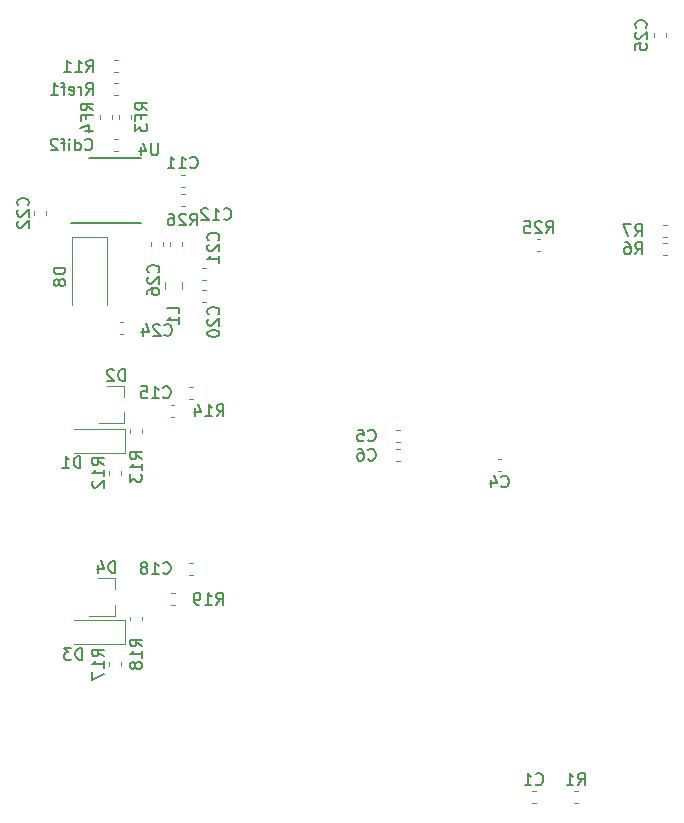
<source format=gbr>
G04 #@! TF.GenerationSoftware,KiCad,Pcbnew,(5.1.4)-1*
G04 #@! TF.CreationDate,2020-06-16T14:32:10+02:00*
G04 #@! TF.ProjectId,NodeMCU_WeatherStation,4e6f6465-4d43-4555-9f57-656174686572,rev?*
G04 #@! TF.SameCoordinates,Original*
G04 #@! TF.FileFunction,Legend,Bot*
G04 #@! TF.FilePolarity,Positive*
%FSLAX46Y46*%
G04 Gerber Fmt 4.6, Leading zero omitted, Abs format (unit mm)*
G04 Created by KiCad (PCBNEW (5.1.4)-1) date 2020-06-16 14:32:10*
%MOMM*%
%LPD*%
G04 APERTURE LIST*
%ADD10C,0.150000*%
%ADD11C,0.120000*%
G04 APERTURE END LIST*
D10*
X73017000Y-78177200D02*
X78992000Y-78177200D01*
X74592000Y-72652200D02*
X78992000Y-72652200D01*
D11*
X81412800Y-80111979D02*
X81412800Y-79786421D01*
X82432800Y-80111979D02*
X82432800Y-79786421D01*
X80858000Y-79786421D02*
X80858000Y-80111979D01*
X79838000Y-79786421D02*
X79838000Y-80111979D01*
X122357600Y-62433579D02*
X122357600Y-62108021D01*
X123377600Y-62433579D02*
X123377600Y-62108021D01*
X112768779Y-80510000D02*
X112443221Y-80510000D01*
X112768779Y-79490000D02*
X112443221Y-79490000D01*
X76107600Y-79392400D02*
X76107600Y-85092400D01*
X73107600Y-79392400D02*
X76107600Y-79392400D01*
X73107600Y-85092400D02*
X73107600Y-79392400D01*
X77462779Y-87571200D02*
X77137221Y-87571200D01*
X77462779Y-86551200D02*
X77137221Y-86551200D01*
X69932000Y-77470379D02*
X69932000Y-77144821D01*
X70952000Y-77470379D02*
X70952000Y-77144821D01*
X81009600Y-83712978D02*
X81009600Y-83195822D01*
X82429600Y-83712978D02*
X82429600Y-83195822D01*
X84147621Y-81979200D02*
X84473179Y-81979200D01*
X84147621Y-82999200D02*
X84473179Y-82999200D01*
X84147621Y-83858800D02*
X84473179Y-83858800D01*
X84147621Y-84878800D02*
X84473179Y-84878800D01*
X76739200Y-108239600D02*
X75279200Y-108239600D01*
X76739200Y-111399600D02*
X74579200Y-111399600D01*
X76739200Y-111399600D02*
X76739200Y-110469600D01*
X76739200Y-108239600D02*
X76739200Y-109169600D01*
X77552000Y-91932800D02*
X76092000Y-91932800D01*
X77552000Y-95092800D02*
X75392000Y-95092800D01*
X77552000Y-95092800D02*
X77552000Y-94162800D01*
X77552000Y-91932800D02*
X77552000Y-92862800D01*
X83030021Y-106922000D02*
X83355579Y-106922000D01*
X83030021Y-107942000D02*
X83355579Y-107942000D01*
X83030021Y-92088400D02*
X83355579Y-92088400D01*
X83030021Y-93108400D02*
X83355579Y-93108400D01*
X81831579Y-110532800D02*
X81506021Y-110532800D01*
X81831579Y-109512800D02*
X81506021Y-109512800D01*
X78060000Y-111811179D02*
X78060000Y-111485621D01*
X79080000Y-111811179D02*
X79080000Y-111485621D01*
X77302000Y-115346421D02*
X77302000Y-115671979D01*
X76282000Y-115346421D02*
X76282000Y-115671979D01*
X81780779Y-94581600D02*
X81455221Y-94581600D01*
X81780779Y-93561600D02*
X81455221Y-93561600D01*
X78060000Y-95961579D02*
X78060000Y-95636021D01*
X79080000Y-95961579D02*
X79080000Y-95636021D01*
X77302000Y-99141221D02*
X77302000Y-99466779D01*
X76282000Y-99141221D02*
X76282000Y-99466779D01*
X77614800Y-113816800D02*
X73314800Y-113816800D01*
X77614800Y-111816800D02*
X77614800Y-113816800D01*
X73314800Y-111816800D02*
X77614800Y-111816800D01*
X77564000Y-97611600D02*
X73264000Y-97611600D01*
X77564000Y-95611600D02*
X77564000Y-97611600D01*
X73264000Y-95611600D02*
X77564000Y-95611600D01*
X76680021Y-66332800D02*
X77005579Y-66332800D01*
X76680021Y-67352800D02*
X77005579Y-67352800D01*
X75520000Y-69342379D02*
X75520000Y-69016821D01*
X76540000Y-69342379D02*
X76540000Y-69016821D01*
X77094800Y-69342379D02*
X77094800Y-69016821D01*
X78114800Y-69342379D02*
X78114800Y-69016821D01*
X76680021Y-64402400D02*
X77005579Y-64402400D01*
X76680021Y-65422400D02*
X77005579Y-65422400D01*
X77005579Y-72077200D02*
X76680021Y-72077200D01*
X77005579Y-71057200D02*
X76680021Y-71057200D01*
X82369621Y-75730800D02*
X82695179Y-75730800D01*
X82369621Y-76750800D02*
X82695179Y-76750800D01*
X82344321Y-74105200D02*
X82669879Y-74105200D01*
X82344321Y-75125200D02*
X82669879Y-75125200D01*
X123162021Y-78321600D02*
X123487579Y-78321600D01*
X123162021Y-79341600D02*
X123487579Y-79341600D01*
X123162021Y-79845600D02*
X123487579Y-79845600D01*
X123162021Y-80865600D02*
X123487579Y-80865600D01*
X100898779Y-98347000D02*
X100573221Y-98347000D01*
X100898779Y-97327000D02*
X100573221Y-97327000D01*
X100898779Y-96747000D02*
X100573221Y-96747000D01*
X100898779Y-95727000D02*
X100573221Y-95727000D01*
X109141221Y-98159000D02*
X109466779Y-98159000D01*
X109141221Y-99179000D02*
X109466779Y-99179000D01*
X115943779Y-127246000D02*
X115618221Y-127246000D01*
X115943779Y-126226000D02*
X115618221Y-126226000D01*
X112387779Y-127246000D02*
X112062221Y-127246000D01*
X112387779Y-126226000D02*
X112062221Y-126226000D01*
D10*
X80398704Y-71425980D02*
X80398704Y-72235504D01*
X80351085Y-72330742D01*
X80303466Y-72378361D01*
X80208228Y-72425980D01*
X80017752Y-72425980D01*
X79922514Y-72378361D01*
X79874895Y-72330742D01*
X79827276Y-72235504D01*
X79827276Y-71425980D01*
X78922514Y-71759314D02*
X78922514Y-72425980D01*
X79160609Y-71378361D02*
X79398704Y-72092647D01*
X78779657Y-72092647D01*
X83124457Y-78369580D02*
X83457790Y-77893390D01*
X83695885Y-78369580D02*
X83695885Y-77369580D01*
X83314933Y-77369580D01*
X83219695Y-77417200D01*
X83172076Y-77464819D01*
X83124457Y-77560057D01*
X83124457Y-77702914D01*
X83172076Y-77798152D01*
X83219695Y-77845771D01*
X83314933Y-77893390D01*
X83695885Y-77893390D01*
X82743504Y-77464819D02*
X82695885Y-77417200D01*
X82600647Y-77369580D01*
X82362552Y-77369580D01*
X82267314Y-77417200D01*
X82219695Y-77464819D01*
X82172076Y-77560057D01*
X82172076Y-77655295D01*
X82219695Y-77798152D01*
X82791123Y-78369580D01*
X82172076Y-78369580D01*
X81314933Y-77369580D02*
X81505409Y-77369580D01*
X81600647Y-77417200D01*
X81648266Y-77464819D01*
X81743504Y-77607676D01*
X81791123Y-77798152D01*
X81791123Y-78179104D01*
X81743504Y-78274342D01*
X81695885Y-78321961D01*
X81600647Y-78369580D01*
X81410171Y-78369580D01*
X81314933Y-78321961D01*
X81267314Y-78274342D01*
X81219695Y-78179104D01*
X81219695Y-77941009D01*
X81267314Y-77845771D01*
X81314933Y-77798152D01*
X81410171Y-77750533D01*
X81600647Y-77750533D01*
X81695885Y-77798152D01*
X81743504Y-77845771D01*
X81791123Y-77941009D01*
X80400342Y-82354342D02*
X80447961Y-82306723D01*
X80495580Y-82163866D01*
X80495580Y-82068628D01*
X80447961Y-81925771D01*
X80352723Y-81830533D01*
X80257485Y-81782914D01*
X80067009Y-81735295D01*
X79924152Y-81735295D01*
X79733676Y-81782914D01*
X79638438Y-81830533D01*
X79543200Y-81925771D01*
X79495580Y-82068628D01*
X79495580Y-82163866D01*
X79543200Y-82306723D01*
X79590819Y-82354342D01*
X79590819Y-82735295D02*
X79543200Y-82782914D01*
X79495580Y-82878152D01*
X79495580Y-83116247D01*
X79543200Y-83211485D01*
X79590819Y-83259104D01*
X79686057Y-83306723D01*
X79781295Y-83306723D01*
X79924152Y-83259104D01*
X80495580Y-82687676D01*
X80495580Y-83306723D01*
X79495580Y-84163866D02*
X79495580Y-83973390D01*
X79543200Y-83878152D01*
X79590819Y-83830533D01*
X79733676Y-83735295D01*
X79924152Y-83687676D01*
X80305104Y-83687676D01*
X80400342Y-83735295D01*
X80447961Y-83782914D01*
X80495580Y-83878152D01*
X80495580Y-84068628D01*
X80447961Y-84163866D01*
X80400342Y-84211485D01*
X80305104Y-84259104D01*
X80067009Y-84259104D01*
X79971771Y-84211485D01*
X79924152Y-84163866D01*
X79876533Y-84068628D01*
X79876533Y-83878152D01*
X79924152Y-83782914D01*
X79971771Y-83735295D01*
X80067009Y-83687676D01*
X121700742Y-61627942D02*
X121748361Y-61580323D01*
X121795980Y-61437466D01*
X121795980Y-61342228D01*
X121748361Y-61199371D01*
X121653123Y-61104133D01*
X121557885Y-61056514D01*
X121367409Y-61008895D01*
X121224552Y-61008895D01*
X121034076Y-61056514D01*
X120938838Y-61104133D01*
X120843600Y-61199371D01*
X120795980Y-61342228D01*
X120795980Y-61437466D01*
X120843600Y-61580323D01*
X120891219Y-61627942D01*
X120891219Y-62008895D02*
X120843600Y-62056514D01*
X120795980Y-62151752D01*
X120795980Y-62389847D01*
X120843600Y-62485085D01*
X120891219Y-62532704D01*
X120986457Y-62580323D01*
X121081695Y-62580323D01*
X121224552Y-62532704D01*
X121795980Y-61961276D01*
X121795980Y-62580323D01*
X120795980Y-63485085D02*
X120795980Y-63008895D01*
X121272171Y-62961276D01*
X121224552Y-63008895D01*
X121176933Y-63104133D01*
X121176933Y-63342228D01*
X121224552Y-63437466D01*
X121272171Y-63485085D01*
X121367409Y-63532704D01*
X121605504Y-63532704D01*
X121700742Y-63485085D01*
X121748361Y-63437466D01*
X121795980Y-63342228D01*
X121795980Y-63104133D01*
X121748361Y-63008895D01*
X121700742Y-62961276D01*
X113248857Y-79022380D02*
X113582190Y-78546190D01*
X113820285Y-79022380D02*
X113820285Y-78022380D01*
X113439333Y-78022380D01*
X113344095Y-78070000D01*
X113296476Y-78117619D01*
X113248857Y-78212857D01*
X113248857Y-78355714D01*
X113296476Y-78450952D01*
X113344095Y-78498571D01*
X113439333Y-78546190D01*
X113820285Y-78546190D01*
X112867904Y-78117619D02*
X112820285Y-78070000D01*
X112725047Y-78022380D01*
X112486952Y-78022380D01*
X112391714Y-78070000D01*
X112344095Y-78117619D01*
X112296476Y-78212857D01*
X112296476Y-78308095D01*
X112344095Y-78450952D01*
X112915523Y-79022380D01*
X112296476Y-79022380D01*
X111391714Y-78022380D02*
X111867904Y-78022380D01*
X111915523Y-78498571D01*
X111867904Y-78450952D01*
X111772666Y-78403333D01*
X111534571Y-78403333D01*
X111439333Y-78450952D01*
X111391714Y-78498571D01*
X111344095Y-78593809D01*
X111344095Y-78831904D01*
X111391714Y-78927142D01*
X111439333Y-78974761D01*
X111534571Y-79022380D01*
X111772666Y-79022380D01*
X111867904Y-78974761D01*
X111915523Y-78927142D01*
X72559980Y-81954304D02*
X71559980Y-81954304D01*
X71559980Y-82192400D01*
X71607600Y-82335257D01*
X71702838Y-82430495D01*
X71798076Y-82478114D01*
X71988552Y-82525733D01*
X72131409Y-82525733D01*
X72321885Y-82478114D01*
X72417123Y-82430495D01*
X72512361Y-82335257D01*
X72559980Y-82192400D01*
X72559980Y-81954304D01*
X71988552Y-83097161D02*
X71940933Y-83001923D01*
X71893314Y-82954304D01*
X71798076Y-82906685D01*
X71750457Y-82906685D01*
X71655219Y-82954304D01*
X71607600Y-83001923D01*
X71559980Y-83097161D01*
X71559980Y-83287638D01*
X71607600Y-83382876D01*
X71655219Y-83430495D01*
X71750457Y-83478114D01*
X71798076Y-83478114D01*
X71893314Y-83430495D01*
X71940933Y-83382876D01*
X71988552Y-83287638D01*
X71988552Y-83097161D01*
X72036171Y-83001923D01*
X72083790Y-82954304D01*
X72179028Y-82906685D01*
X72369504Y-82906685D01*
X72464742Y-82954304D01*
X72512361Y-83001923D01*
X72559980Y-83097161D01*
X72559980Y-83287638D01*
X72512361Y-83382876D01*
X72464742Y-83430495D01*
X72369504Y-83478114D01*
X72179028Y-83478114D01*
X72083790Y-83430495D01*
X72036171Y-83382876D01*
X71988552Y-83287638D01*
X80940057Y-87621542D02*
X80987676Y-87669161D01*
X81130533Y-87716780D01*
X81225771Y-87716780D01*
X81368628Y-87669161D01*
X81463866Y-87573923D01*
X81511485Y-87478685D01*
X81559104Y-87288209D01*
X81559104Y-87145352D01*
X81511485Y-86954876D01*
X81463866Y-86859638D01*
X81368628Y-86764400D01*
X81225771Y-86716780D01*
X81130533Y-86716780D01*
X80987676Y-86764400D01*
X80940057Y-86812019D01*
X80559104Y-86812019D02*
X80511485Y-86764400D01*
X80416247Y-86716780D01*
X80178152Y-86716780D01*
X80082914Y-86764400D01*
X80035295Y-86812019D01*
X79987676Y-86907257D01*
X79987676Y-87002495D01*
X80035295Y-87145352D01*
X80606723Y-87716780D01*
X79987676Y-87716780D01*
X79130533Y-87050114D02*
X79130533Y-87716780D01*
X79368628Y-86669161D02*
X79606723Y-87383447D01*
X78987676Y-87383447D01*
X69376742Y-76664742D02*
X69424361Y-76617123D01*
X69471980Y-76474266D01*
X69471980Y-76379028D01*
X69424361Y-76236171D01*
X69329123Y-76140933D01*
X69233885Y-76093314D01*
X69043409Y-76045695D01*
X68900552Y-76045695D01*
X68710076Y-76093314D01*
X68614838Y-76140933D01*
X68519600Y-76236171D01*
X68471980Y-76379028D01*
X68471980Y-76474266D01*
X68519600Y-76617123D01*
X68567219Y-76664742D01*
X68567219Y-77045695D02*
X68519600Y-77093314D01*
X68471980Y-77188552D01*
X68471980Y-77426647D01*
X68519600Y-77521885D01*
X68567219Y-77569504D01*
X68662457Y-77617123D01*
X68757695Y-77617123D01*
X68900552Y-77569504D01*
X69471980Y-76998076D01*
X69471980Y-77617123D01*
X68567219Y-77998076D02*
X68519600Y-78045695D01*
X68471980Y-78140933D01*
X68471980Y-78379028D01*
X68519600Y-78474266D01*
X68567219Y-78521885D01*
X68662457Y-78569504D01*
X68757695Y-78569504D01*
X68900552Y-78521885D01*
X69471980Y-77950457D01*
X69471980Y-78569504D01*
X82171980Y-85827733D02*
X82171980Y-85351542D01*
X81171980Y-85351542D01*
X82171980Y-86684876D02*
X82171980Y-86113447D01*
X82171980Y-86399161D02*
X81171980Y-86399161D01*
X81314838Y-86303923D01*
X81410076Y-86208685D01*
X81457695Y-86113447D01*
X85480342Y-79611142D02*
X85527961Y-79563523D01*
X85575580Y-79420666D01*
X85575580Y-79325428D01*
X85527961Y-79182571D01*
X85432723Y-79087333D01*
X85337485Y-79039714D01*
X85147009Y-78992095D01*
X85004152Y-78992095D01*
X84813676Y-79039714D01*
X84718438Y-79087333D01*
X84623200Y-79182571D01*
X84575580Y-79325428D01*
X84575580Y-79420666D01*
X84623200Y-79563523D01*
X84670819Y-79611142D01*
X84670819Y-79992095D02*
X84623200Y-80039714D01*
X84575580Y-80134952D01*
X84575580Y-80373047D01*
X84623200Y-80468285D01*
X84670819Y-80515904D01*
X84766057Y-80563523D01*
X84861295Y-80563523D01*
X85004152Y-80515904D01*
X85575580Y-79944476D01*
X85575580Y-80563523D01*
X85575580Y-81515904D02*
X85575580Y-80944476D01*
X85575580Y-81230190D02*
X84575580Y-81230190D01*
X84718438Y-81134952D01*
X84813676Y-81039714D01*
X84861295Y-80944476D01*
X85480342Y-85910342D02*
X85527961Y-85862723D01*
X85575580Y-85719866D01*
X85575580Y-85624628D01*
X85527961Y-85481771D01*
X85432723Y-85386533D01*
X85337485Y-85338914D01*
X85147009Y-85291295D01*
X85004152Y-85291295D01*
X84813676Y-85338914D01*
X84718438Y-85386533D01*
X84623200Y-85481771D01*
X84575580Y-85624628D01*
X84575580Y-85719866D01*
X84623200Y-85862723D01*
X84670819Y-85910342D01*
X84670819Y-86291295D02*
X84623200Y-86338914D01*
X84575580Y-86434152D01*
X84575580Y-86672247D01*
X84623200Y-86767485D01*
X84670819Y-86815104D01*
X84766057Y-86862723D01*
X84861295Y-86862723D01*
X85004152Y-86815104D01*
X85575580Y-86243676D01*
X85575580Y-86862723D01*
X84575580Y-87481771D02*
X84575580Y-87577009D01*
X84623200Y-87672247D01*
X84670819Y-87719866D01*
X84766057Y-87767485D01*
X84956533Y-87815104D01*
X85194628Y-87815104D01*
X85385104Y-87767485D01*
X85480342Y-87719866D01*
X85527961Y-87672247D01*
X85575580Y-87577009D01*
X85575580Y-87481771D01*
X85527961Y-87386533D01*
X85480342Y-87338914D01*
X85385104Y-87291295D01*
X85194628Y-87243676D01*
X84956533Y-87243676D01*
X84766057Y-87291295D01*
X84670819Y-87338914D01*
X84623200Y-87386533D01*
X84575580Y-87481771D01*
X76768095Y-107782780D02*
X76768095Y-106782780D01*
X76530000Y-106782780D01*
X76387142Y-106830400D01*
X76291904Y-106925638D01*
X76244285Y-107020876D01*
X76196666Y-107211352D01*
X76196666Y-107354209D01*
X76244285Y-107544685D01*
X76291904Y-107639923D01*
X76387142Y-107735161D01*
X76530000Y-107782780D01*
X76768095Y-107782780D01*
X75339523Y-107116114D02*
X75339523Y-107782780D01*
X75577619Y-106735161D02*
X75815714Y-107449447D01*
X75196666Y-107449447D01*
X77580895Y-91526780D02*
X77580895Y-90526780D01*
X77342800Y-90526780D01*
X77199942Y-90574400D01*
X77104704Y-90669638D01*
X77057085Y-90764876D01*
X77009466Y-90955352D01*
X77009466Y-91098209D01*
X77057085Y-91288685D01*
X77104704Y-91383923D01*
X77199942Y-91479161D01*
X77342800Y-91526780D01*
X77580895Y-91526780D01*
X76628514Y-90622019D02*
X76580895Y-90574400D01*
X76485657Y-90526780D01*
X76247561Y-90526780D01*
X76152323Y-90574400D01*
X76104704Y-90622019D01*
X76057085Y-90717257D01*
X76057085Y-90812495D01*
X76104704Y-90955352D01*
X76676133Y-91526780D01*
X76057085Y-91526780D01*
X80838457Y-107789142D02*
X80886076Y-107836761D01*
X81028933Y-107884380D01*
X81124171Y-107884380D01*
X81267028Y-107836761D01*
X81362266Y-107741523D01*
X81409885Y-107646285D01*
X81457504Y-107455809D01*
X81457504Y-107312952D01*
X81409885Y-107122476D01*
X81362266Y-107027238D01*
X81267028Y-106932000D01*
X81124171Y-106884380D01*
X81028933Y-106884380D01*
X80886076Y-106932000D01*
X80838457Y-106979619D01*
X79886076Y-107884380D02*
X80457504Y-107884380D01*
X80171790Y-107884380D02*
X80171790Y-106884380D01*
X80267028Y-107027238D01*
X80362266Y-107122476D01*
X80457504Y-107170095D01*
X79314647Y-107312952D02*
X79409885Y-107265333D01*
X79457504Y-107217714D01*
X79505123Y-107122476D01*
X79505123Y-107074857D01*
X79457504Y-106979619D01*
X79409885Y-106932000D01*
X79314647Y-106884380D01*
X79124171Y-106884380D01*
X79028933Y-106932000D01*
X78981314Y-106979619D01*
X78933695Y-107074857D01*
X78933695Y-107122476D01*
X78981314Y-107217714D01*
X79028933Y-107265333D01*
X79124171Y-107312952D01*
X79314647Y-107312952D01*
X79409885Y-107360571D01*
X79457504Y-107408190D01*
X79505123Y-107503428D01*
X79505123Y-107693904D01*
X79457504Y-107789142D01*
X79409885Y-107836761D01*
X79314647Y-107884380D01*
X79124171Y-107884380D01*
X79028933Y-107836761D01*
X78981314Y-107789142D01*
X78933695Y-107693904D01*
X78933695Y-107503428D01*
X78981314Y-107408190D01*
X79028933Y-107360571D01*
X79124171Y-107312952D01*
X80838457Y-92904742D02*
X80886076Y-92952361D01*
X81028933Y-92999980D01*
X81124171Y-92999980D01*
X81267028Y-92952361D01*
X81362266Y-92857123D01*
X81409885Y-92761885D01*
X81457504Y-92571409D01*
X81457504Y-92428552D01*
X81409885Y-92238076D01*
X81362266Y-92142838D01*
X81267028Y-92047600D01*
X81124171Y-91999980D01*
X81028933Y-91999980D01*
X80886076Y-92047600D01*
X80838457Y-92095219D01*
X79886076Y-92999980D02*
X80457504Y-92999980D01*
X80171790Y-92999980D02*
X80171790Y-91999980D01*
X80267028Y-92142838D01*
X80362266Y-92238076D01*
X80457504Y-92285695D01*
X78981314Y-91999980D02*
X79457504Y-91999980D01*
X79505123Y-92476171D01*
X79457504Y-92428552D01*
X79362266Y-92380933D01*
X79124171Y-92380933D01*
X79028933Y-92428552D01*
X78981314Y-92476171D01*
X78933695Y-92571409D01*
X78933695Y-92809504D01*
X78981314Y-92904742D01*
X79028933Y-92952361D01*
X79124171Y-92999980D01*
X79362266Y-92999980D01*
X79457504Y-92952361D01*
X79505123Y-92904742D01*
X85308857Y-110475180D02*
X85642190Y-109998990D01*
X85880285Y-110475180D02*
X85880285Y-109475180D01*
X85499333Y-109475180D01*
X85404095Y-109522800D01*
X85356476Y-109570419D01*
X85308857Y-109665657D01*
X85308857Y-109808514D01*
X85356476Y-109903752D01*
X85404095Y-109951371D01*
X85499333Y-109998990D01*
X85880285Y-109998990D01*
X84356476Y-110475180D02*
X84927904Y-110475180D01*
X84642190Y-110475180D02*
X84642190Y-109475180D01*
X84737428Y-109618038D01*
X84832666Y-109713276D01*
X84927904Y-109760895D01*
X83880285Y-110475180D02*
X83689809Y-110475180D01*
X83594571Y-110427561D01*
X83546952Y-110379942D01*
X83451714Y-110237085D01*
X83404095Y-110046609D01*
X83404095Y-109665657D01*
X83451714Y-109570419D01*
X83499333Y-109522800D01*
X83594571Y-109475180D01*
X83785047Y-109475180D01*
X83880285Y-109522800D01*
X83927904Y-109570419D01*
X83975523Y-109665657D01*
X83975523Y-109903752D01*
X83927904Y-109998990D01*
X83880285Y-110046609D01*
X83785047Y-110094228D01*
X83594571Y-110094228D01*
X83499333Y-110046609D01*
X83451714Y-109998990D01*
X83404095Y-109903752D01*
X79022380Y-114002742D02*
X78546190Y-113669409D01*
X79022380Y-113431314D02*
X78022380Y-113431314D01*
X78022380Y-113812266D01*
X78070000Y-113907504D01*
X78117619Y-113955123D01*
X78212857Y-114002742D01*
X78355714Y-114002742D01*
X78450952Y-113955123D01*
X78498571Y-113907504D01*
X78546190Y-113812266D01*
X78546190Y-113431314D01*
X79022380Y-114955123D02*
X79022380Y-114383695D01*
X79022380Y-114669409D02*
X78022380Y-114669409D01*
X78165238Y-114574171D01*
X78260476Y-114478933D01*
X78308095Y-114383695D01*
X78450952Y-115526552D02*
X78403333Y-115431314D01*
X78355714Y-115383695D01*
X78260476Y-115336076D01*
X78212857Y-115336076D01*
X78117619Y-115383695D01*
X78070000Y-115431314D01*
X78022380Y-115526552D01*
X78022380Y-115717028D01*
X78070000Y-115812266D01*
X78117619Y-115859885D01*
X78212857Y-115907504D01*
X78260476Y-115907504D01*
X78355714Y-115859885D01*
X78403333Y-115812266D01*
X78450952Y-115717028D01*
X78450952Y-115526552D01*
X78498571Y-115431314D01*
X78546190Y-115383695D01*
X78641428Y-115336076D01*
X78831904Y-115336076D01*
X78927142Y-115383695D01*
X78974761Y-115431314D01*
X79022380Y-115526552D01*
X79022380Y-115717028D01*
X78974761Y-115812266D01*
X78927142Y-115859885D01*
X78831904Y-115907504D01*
X78641428Y-115907504D01*
X78546190Y-115859885D01*
X78498571Y-115812266D01*
X78450952Y-115717028D01*
X75814380Y-114866342D02*
X75338190Y-114533009D01*
X75814380Y-114294914D02*
X74814380Y-114294914D01*
X74814380Y-114675866D01*
X74862000Y-114771104D01*
X74909619Y-114818723D01*
X75004857Y-114866342D01*
X75147714Y-114866342D01*
X75242952Y-114818723D01*
X75290571Y-114771104D01*
X75338190Y-114675866D01*
X75338190Y-114294914D01*
X75814380Y-115818723D02*
X75814380Y-115247295D01*
X75814380Y-115533009D02*
X74814380Y-115533009D01*
X74957238Y-115437771D01*
X75052476Y-115342533D01*
X75100095Y-115247295D01*
X74814380Y-116152057D02*
X74814380Y-116818723D01*
X75814380Y-116390152D01*
X85359657Y-94523980D02*
X85692990Y-94047790D01*
X85931085Y-94523980D02*
X85931085Y-93523980D01*
X85550133Y-93523980D01*
X85454895Y-93571600D01*
X85407276Y-93619219D01*
X85359657Y-93714457D01*
X85359657Y-93857314D01*
X85407276Y-93952552D01*
X85454895Y-94000171D01*
X85550133Y-94047790D01*
X85931085Y-94047790D01*
X84407276Y-94523980D02*
X84978704Y-94523980D01*
X84692990Y-94523980D02*
X84692990Y-93523980D01*
X84788228Y-93666838D01*
X84883466Y-93762076D01*
X84978704Y-93809695D01*
X83550133Y-93857314D02*
X83550133Y-94523980D01*
X83788228Y-93476361D02*
X84026323Y-94190647D01*
X83407276Y-94190647D01*
X79022380Y-98153142D02*
X78546190Y-97819809D01*
X79022380Y-97581714D02*
X78022380Y-97581714D01*
X78022380Y-97962666D01*
X78070000Y-98057904D01*
X78117619Y-98105523D01*
X78212857Y-98153142D01*
X78355714Y-98153142D01*
X78450952Y-98105523D01*
X78498571Y-98057904D01*
X78546190Y-97962666D01*
X78546190Y-97581714D01*
X79022380Y-99105523D02*
X79022380Y-98534095D01*
X79022380Y-98819809D02*
X78022380Y-98819809D01*
X78165238Y-98724571D01*
X78260476Y-98629333D01*
X78308095Y-98534095D01*
X78022380Y-99438857D02*
X78022380Y-100057904D01*
X78403333Y-99724571D01*
X78403333Y-99867428D01*
X78450952Y-99962666D01*
X78498571Y-100010285D01*
X78593809Y-100057904D01*
X78831904Y-100057904D01*
X78927142Y-100010285D01*
X78974761Y-99962666D01*
X79022380Y-99867428D01*
X79022380Y-99581714D01*
X78974761Y-99486476D01*
X78927142Y-99438857D01*
X75814380Y-98661142D02*
X75338190Y-98327809D01*
X75814380Y-98089714D02*
X74814380Y-98089714D01*
X74814380Y-98470666D01*
X74862000Y-98565904D01*
X74909619Y-98613523D01*
X75004857Y-98661142D01*
X75147714Y-98661142D01*
X75242952Y-98613523D01*
X75290571Y-98565904D01*
X75338190Y-98470666D01*
X75338190Y-98089714D01*
X75814380Y-99613523D02*
X75814380Y-99042095D01*
X75814380Y-99327809D02*
X74814380Y-99327809D01*
X74957238Y-99232571D01*
X75052476Y-99137333D01*
X75100095Y-99042095D01*
X74909619Y-99994476D02*
X74862000Y-100042095D01*
X74814380Y-100137333D01*
X74814380Y-100375428D01*
X74862000Y-100470666D01*
X74909619Y-100518285D01*
X75004857Y-100565904D01*
X75100095Y-100565904D01*
X75242952Y-100518285D01*
X75814380Y-99946857D01*
X75814380Y-100565904D01*
X73974095Y-115148780D02*
X73974095Y-114148780D01*
X73736000Y-114148780D01*
X73593142Y-114196400D01*
X73497904Y-114291638D01*
X73450285Y-114386876D01*
X73402666Y-114577352D01*
X73402666Y-114720209D01*
X73450285Y-114910685D01*
X73497904Y-115005923D01*
X73593142Y-115101161D01*
X73736000Y-115148780D01*
X73974095Y-115148780D01*
X73069333Y-114148780D02*
X72450285Y-114148780D01*
X72783619Y-114529733D01*
X72640761Y-114529733D01*
X72545523Y-114577352D01*
X72497904Y-114624971D01*
X72450285Y-114720209D01*
X72450285Y-114958304D01*
X72497904Y-115053542D01*
X72545523Y-115101161D01*
X72640761Y-115148780D01*
X72926476Y-115148780D01*
X73021714Y-115101161D01*
X73069333Y-115053542D01*
X73821695Y-98892780D02*
X73821695Y-97892780D01*
X73583600Y-97892780D01*
X73440742Y-97940400D01*
X73345504Y-98035638D01*
X73297885Y-98130876D01*
X73250266Y-98321352D01*
X73250266Y-98464209D01*
X73297885Y-98654685D01*
X73345504Y-98749923D01*
X73440742Y-98845161D01*
X73583600Y-98892780D01*
X73821695Y-98892780D01*
X72297885Y-98892780D02*
X72869314Y-98892780D01*
X72583600Y-98892780D02*
X72583600Y-97892780D01*
X72678838Y-98035638D01*
X72774076Y-98130876D01*
X72869314Y-98178495D01*
X74324876Y-67295180D02*
X74658209Y-66818990D01*
X74896304Y-67295180D02*
X74896304Y-66295180D01*
X74515352Y-66295180D01*
X74420114Y-66342800D01*
X74372495Y-66390419D01*
X74324876Y-66485657D01*
X74324876Y-66628514D01*
X74372495Y-66723752D01*
X74420114Y-66771371D01*
X74515352Y-66818990D01*
X74896304Y-66818990D01*
X73896304Y-67295180D02*
X73896304Y-66628514D01*
X73896304Y-66818990D02*
X73848685Y-66723752D01*
X73801066Y-66676133D01*
X73705828Y-66628514D01*
X73610590Y-66628514D01*
X72896304Y-67247561D02*
X72991542Y-67295180D01*
X73182019Y-67295180D01*
X73277257Y-67247561D01*
X73324876Y-67152323D01*
X73324876Y-66771371D01*
X73277257Y-66676133D01*
X73182019Y-66628514D01*
X72991542Y-66628514D01*
X72896304Y-66676133D01*
X72848685Y-66771371D01*
X72848685Y-66866609D01*
X73324876Y-66961847D01*
X72562971Y-66628514D02*
X72182019Y-66628514D01*
X72420114Y-67295180D02*
X72420114Y-66438038D01*
X72372495Y-66342800D01*
X72277257Y-66295180D01*
X72182019Y-66295180D01*
X71324876Y-67295180D02*
X71896304Y-67295180D01*
X71610590Y-67295180D02*
X71610590Y-66295180D01*
X71705828Y-66438038D01*
X71801066Y-66533276D01*
X71896304Y-66580895D01*
X74856780Y-68635161D02*
X74380590Y-68301828D01*
X74856780Y-68063733D02*
X73856780Y-68063733D01*
X73856780Y-68444685D01*
X73904400Y-68539923D01*
X73952019Y-68587542D01*
X74047257Y-68635161D01*
X74190114Y-68635161D01*
X74285352Y-68587542D01*
X74332971Y-68539923D01*
X74380590Y-68444685D01*
X74380590Y-68063733D01*
X74332971Y-69397066D02*
X74332971Y-69063733D01*
X74856780Y-69063733D02*
X73856780Y-69063733D01*
X73856780Y-69539923D01*
X74190114Y-70349447D02*
X74856780Y-70349447D01*
X73809161Y-70111352D02*
X74523447Y-69873257D01*
X74523447Y-70492304D01*
X79487180Y-68584361D02*
X79010990Y-68251028D01*
X79487180Y-68012933D02*
X78487180Y-68012933D01*
X78487180Y-68393885D01*
X78534800Y-68489123D01*
X78582419Y-68536742D01*
X78677657Y-68584361D01*
X78820514Y-68584361D01*
X78915752Y-68536742D01*
X78963371Y-68489123D01*
X79010990Y-68393885D01*
X79010990Y-68012933D01*
X78963371Y-69346266D02*
X78963371Y-69012933D01*
X79487180Y-69012933D02*
X78487180Y-69012933D01*
X78487180Y-69489123D01*
X78487180Y-69774838D02*
X78487180Y-70393885D01*
X78868133Y-70060552D01*
X78868133Y-70203409D01*
X78915752Y-70298647D01*
X78963371Y-70346266D01*
X79058609Y-70393885D01*
X79296704Y-70393885D01*
X79391942Y-70346266D01*
X79439561Y-70298647D01*
X79487180Y-70203409D01*
X79487180Y-69917695D01*
X79439561Y-69822457D01*
X79391942Y-69774838D01*
X74336057Y-65364780D02*
X74669390Y-64888590D01*
X74907485Y-65364780D02*
X74907485Y-64364780D01*
X74526533Y-64364780D01*
X74431295Y-64412400D01*
X74383676Y-64460019D01*
X74336057Y-64555257D01*
X74336057Y-64698114D01*
X74383676Y-64793352D01*
X74431295Y-64840971D01*
X74526533Y-64888590D01*
X74907485Y-64888590D01*
X73383676Y-65364780D02*
X73955104Y-65364780D01*
X73669390Y-65364780D02*
X73669390Y-64364780D01*
X73764628Y-64507638D01*
X73859866Y-64602876D01*
X73955104Y-64650495D01*
X72431295Y-65364780D02*
X73002723Y-65364780D01*
X72717009Y-65364780D02*
X72717009Y-64364780D01*
X72812247Y-64507638D01*
X72907485Y-64602876D01*
X73002723Y-64650495D01*
X74226457Y-71924342D02*
X74274076Y-71971961D01*
X74416933Y-72019580D01*
X74512171Y-72019580D01*
X74655028Y-71971961D01*
X74750266Y-71876723D01*
X74797885Y-71781485D01*
X74845504Y-71591009D01*
X74845504Y-71448152D01*
X74797885Y-71257676D01*
X74750266Y-71162438D01*
X74655028Y-71067200D01*
X74512171Y-71019580D01*
X74416933Y-71019580D01*
X74274076Y-71067200D01*
X74226457Y-71114819D01*
X73369314Y-72019580D02*
X73369314Y-71019580D01*
X73369314Y-71971961D02*
X73464552Y-72019580D01*
X73655028Y-72019580D01*
X73750266Y-71971961D01*
X73797885Y-71924342D01*
X73845504Y-71829104D01*
X73845504Y-71543390D01*
X73797885Y-71448152D01*
X73750266Y-71400533D01*
X73655028Y-71352914D01*
X73464552Y-71352914D01*
X73369314Y-71400533D01*
X72893123Y-72019580D02*
X72893123Y-71352914D01*
X72893123Y-71019580D02*
X72940742Y-71067200D01*
X72893123Y-71114819D01*
X72845504Y-71067200D01*
X72893123Y-71019580D01*
X72893123Y-71114819D01*
X72559790Y-71352914D02*
X72178838Y-71352914D01*
X72416933Y-72019580D02*
X72416933Y-71162438D01*
X72369314Y-71067200D01*
X72274076Y-71019580D01*
X72178838Y-71019580D01*
X71893123Y-71114819D02*
X71845504Y-71067200D01*
X71750266Y-71019580D01*
X71512171Y-71019580D01*
X71416933Y-71067200D01*
X71369314Y-71114819D01*
X71321695Y-71210057D01*
X71321695Y-71305295D01*
X71369314Y-71448152D01*
X71940742Y-72019580D01*
X71321695Y-72019580D01*
X85969257Y-77817142D02*
X86016876Y-77864761D01*
X86159733Y-77912380D01*
X86254971Y-77912380D01*
X86397828Y-77864761D01*
X86493066Y-77769523D01*
X86540685Y-77674285D01*
X86588304Y-77483809D01*
X86588304Y-77340952D01*
X86540685Y-77150476D01*
X86493066Y-77055238D01*
X86397828Y-76960000D01*
X86254971Y-76912380D01*
X86159733Y-76912380D01*
X86016876Y-76960000D01*
X85969257Y-77007619D01*
X85016876Y-77912380D02*
X85588304Y-77912380D01*
X85302590Y-77912380D02*
X85302590Y-76912380D01*
X85397828Y-77055238D01*
X85493066Y-77150476D01*
X85588304Y-77198095D01*
X84635923Y-77007619D02*
X84588304Y-76960000D01*
X84493066Y-76912380D01*
X84254971Y-76912380D01*
X84159733Y-76960000D01*
X84112114Y-77007619D01*
X84064495Y-77102857D01*
X84064495Y-77198095D01*
X84112114Y-77340952D01*
X84683542Y-77912380D01*
X84064495Y-77912380D01*
X83124457Y-73448342D02*
X83172076Y-73495961D01*
X83314933Y-73543580D01*
X83410171Y-73543580D01*
X83553028Y-73495961D01*
X83648266Y-73400723D01*
X83695885Y-73305485D01*
X83743504Y-73115009D01*
X83743504Y-72972152D01*
X83695885Y-72781676D01*
X83648266Y-72686438D01*
X83553028Y-72591200D01*
X83410171Y-72543580D01*
X83314933Y-72543580D01*
X83172076Y-72591200D01*
X83124457Y-72638819D01*
X82172076Y-73543580D02*
X82743504Y-73543580D01*
X82457790Y-73543580D02*
X82457790Y-72543580D01*
X82553028Y-72686438D01*
X82648266Y-72781676D01*
X82743504Y-72829295D01*
X81219695Y-73543580D02*
X81791123Y-73543580D01*
X81505409Y-73543580D02*
X81505409Y-72543580D01*
X81600647Y-72686438D01*
X81695885Y-72781676D01*
X81791123Y-72829295D01*
X120799066Y-79283980D02*
X121132400Y-78807790D01*
X121370495Y-79283980D02*
X121370495Y-78283980D01*
X120989542Y-78283980D01*
X120894304Y-78331600D01*
X120846685Y-78379219D01*
X120799066Y-78474457D01*
X120799066Y-78617314D01*
X120846685Y-78712552D01*
X120894304Y-78760171D01*
X120989542Y-78807790D01*
X121370495Y-78807790D01*
X120465733Y-78283980D02*
X119799066Y-78283980D01*
X120227638Y-79283980D01*
X120799066Y-80807980D02*
X121132400Y-80331790D01*
X121370495Y-80807980D02*
X121370495Y-79807980D01*
X120989542Y-79807980D01*
X120894304Y-79855600D01*
X120846685Y-79903219D01*
X120799066Y-79998457D01*
X120799066Y-80141314D01*
X120846685Y-80236552D01*
X120894304Y-80284171D01*
X120989542Y-80331790D01*
X121370495Y-80331790D01*
X119941923Y-79807980D02*
X120132400Y-79807980D01*
X120227638Y-79855600D01*
X120275257Y-79903219D01*
X120370495Y-80046076D01*
X120418114Y-80236552D01*
X120418114Y-80617504D01*
X120370495Y-80712742D01*
X120322876Y-80760361D01*
X120227638Y-80807980D01*
X120037161Y-80807980D01*
X119941923Y-80760361D01*
X119894304Y-80712742D01*
X119846685Y-80617504D01*
X119846685Y-80379409D01*
X119894304Y-80284171D01*
X119941923Y-80236552D01*
X120037161Y-80188933D01*
X120227638Y-80188933D01*
X120322876Y-80236552D01*
X120370495Y-80284171D01*
X120418114Y-80379409D01*
X98193066Y-98187942D02*
X98240685Y-98235561D01*
X98383542Y-98283180D01*
X98478780Y-98283180D01*
X98621638Y-98235561D01*
X98716876Y-98140323D01*
X98764495Y-98045085D01*
X98812114Y-97854609D01*
X98812114Y-97711752D01*
X98764495Y-97521276D01*
X98716876Y-97426038D01*
X98621638Y-97330800D01*
X98478780Y-97283180D01*
X98383542Y-97283180D01*
X98240685Y-97330800D01*
X98193066Y-97378419D01*
X97335923Y-97283180D02*
X97526400Y-97283180D01*
X97621638Y-97330800D01*
X97669257Y-97378419D01*
X97764495Y-97521276D01*
X97812114Y-97711752D01*
X97812114Y-98092704D01*
X97764495Y-98187942D01*
X97716876Y-98235561D01*
X97621638Y-98283180D01*
X97431161Y-98283180D01*
X97335923Y-98235561D01*
X97288304Y-98187942D01*
X97240685Y-98092704D01*
X97240685Y-97854609D01*
X97288304Y-97759371D01*
X97335923Y-97711752D01*
X97431161Y-97664133D01*
X97621638Y-97664133D01*
X97716876Y-97711752D01*
X97764495Y-97759371D01*
X97812114Y-97854609D01*
X98193066Y-96562342D02*
X98240685Y-96609961D01*
X98383542Y-96657580D01*
X98478780Y-96657580D01*
X98621638Y-96609961D01*
X98716876Y-96514723D01*
X98764495Y-96419485D01*
X98812114Y-96229009D01*
X98812114Y-96086152D01*
X98764495Y-95895676D01*
X98716876Y-95800438D01*
X98621638Y-95705200D01*
X98478780Y-95657580D01*
X98383542Y-95657580D01*
X98240685Y-95705200D01*
X98193066Y-95752819D01*
X97288304Y-95657580D02*
X97764495Y-95657580D01*
X97812114Y-96133771D01*
X97764495Y-96086152D01*
X97669257Y-96038533D01*
X97431161Y-96038533D01*
X97335923Y-96086152D01*
X97288304Y-96133771D01*
X97240685Y-96229009D01*
X97240685Y-96467104D01*
X97288304Y-96562342D01*
X97335923Y-96609961D01*
X97431161Y-96657580D01*
X97669257Y-96657580D01*
X97764495Y-96609961D01*
X97812114Y-96562342D01*
X109470666Y-100456142D02*
X109518285Y-100503761D01*
X109661142Y-100551380D01*
X109756380Y-100551380D01*
X109899238Y-100503761D01*
X109994476Y-100408523D01*
X110042095Y-100313285D01*
X110089714Y-100122809D01*
X110089714Y-99979952D01*
X110042095Y-99789476D01*
X109994476Y-99694238D01*
X109899238Y-99599000D01*
X109756380Y-99551380D01*
X109661142Y-99551380D01*
X109518285Y-99599000D01*
X109470666Y-99646619D01*
X108613523Y-99884714D02*
X108613523Y-100551380D01*
X108851619Y-99503761D02*
X109089714Y-100218047D01*
X108470666Y-100218047D01*
X115947666Y-125758380D02*
X116281000Y-125282190D01*
X116519095Y-125758380D02*
X116519095Y-124758380D01*
X116138142Y-124758380D01*
X116042904Y-124806000D01*
X115995285Y-124853619D01*
X115947666Y-124948857D01*
X115947666Y-125091714D01*
X115995285Y-125186952D01*
X116042904Y-125234571D01*
X116138142Y-125282190D01*
X116519095Y-125282190D01*
X114995285Y-125758380D02*
X115566714Y-125758380D01*
X115281000Y-125758380D02*
X115281000Y-124758380D01*
X115376238Y-124901238D01*
X115471476Y-124996476D01*
X115566714Y-125044095D01*
X112391666Y-125663142D02*
X112439285Y-125710761D01*
X112582142Y-125758380D01*
X112677380Y-125758380D01*
X112820238Y-125710761D01*
X112915476Y-125615523D01*
X112963095Y-125520285D01*
X113010714Y-125329809D01*
X113010714Y-125186952D01*
X112963095Y-124996476D01*
X112915476Y-124901238D01*
X112820238Y-124806000D01*
X112677380Y-124758380D01*
X112582142Y-124758380D01*
X112439285Y-124806000D01*
X112391666Y-124853619D01*
X111439285Y-125758380D02*
X112010714Y-125758380D01*
X111725000Y-125758380D02*
X111725000Y-124758380D01*
X111820238Y-124901238D01*
X111915476Y-124996476D01*
X112010714Y-125044095D01*
M02*

</source>
